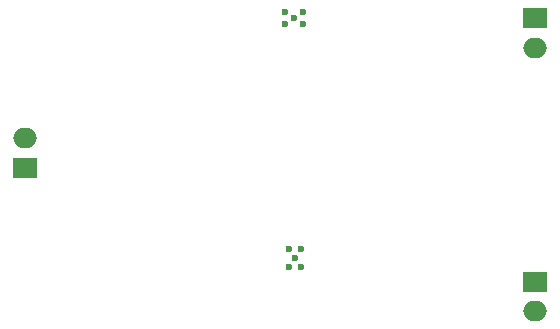
<source format=gbs>
G04 #@! TF.GenerationSoftware,KiCad,Pcbnew,(5.0.0)*
G04 #@! TF.CreationDate,2019-04-27T15:16:20+09:00*
G04 #@! TF.ProjectId,Power_supply_circuit,506F7765725F737570706C795F636972,rev?*
G04 #@! TF.SameCoordinates,Original*
G04 #@! TF.FileFunction,Soldermask,Bot*
G04 #@! TF.FilePolarity,Negative*
%FSLAX46Y46*%
G04 Gerber Fmt 4.6, Leading zero omitted, Abs format (unit mm)*
G04 Created by KiCad (PCBNEW (5.0.0)) date 04/27/19 15:16:20*
%MOMM*%
%LPD*%
G01*
G04 APERTURE LIST*
%ADD10R,2.000000X1.700000*%
%ADD11O,2.000000X1.700000*%
%ADD12C,0.600000*%
G04 APERTURE END LIST*
D10*
G04 #@! TO.C,J3*
X106680000Y-101060000D03*
D11*
X106680000Y-103560000D03*
G04 #@! TD*
G04 #@! TO.C,J1*
X106680000Y-81240000D03*
D10*
X106680000Y-78740000D03*
G04 #@! TD*
G04 #@! TO.C,J2*
X63500000Y-91400000D03*
D11*
X63500000Y-88900000D03*
G04 #@! TD*
D12*
G04 #@! TO.C,U1*
X85483000Y-78240000D03*
X86983000Y-78240000D03*
X86983000Y-79240000D03*
X86233000Y-78740000D03*
X85483000Y-79240000D03*
G04 #@! TD*
G04 #@! TO.C,U2*
X86860000Y-99810000D03*
X86360000Y-99060000D03*
X86860000Y-98310000D03*
X85860000Y-98310000D03*
X85860000Y-99810000D03*
G04 #@! TD*
M02*

</source>
